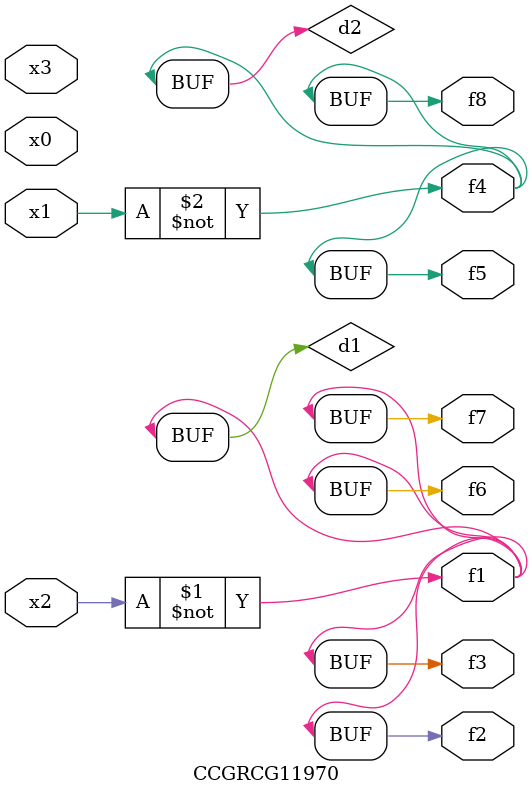
<source format=v>
module CCGRCG11970(
	input x0, x1, x2, x3,
	output f1, f2, f3, f4, f5, f6, f7, f8
);

	wire d1, d2;

	xnor (d1, x2);
	not (d2, x1);
	assign f1 = d1;
	assign f2 = d1;
	assign f3 = d1;
	assign f4 = d2;
	assign f5 = d2;
	assign f6 = d1;
	assign f7 = d1;
	assign f8 = d2;
endmodule

</source>
